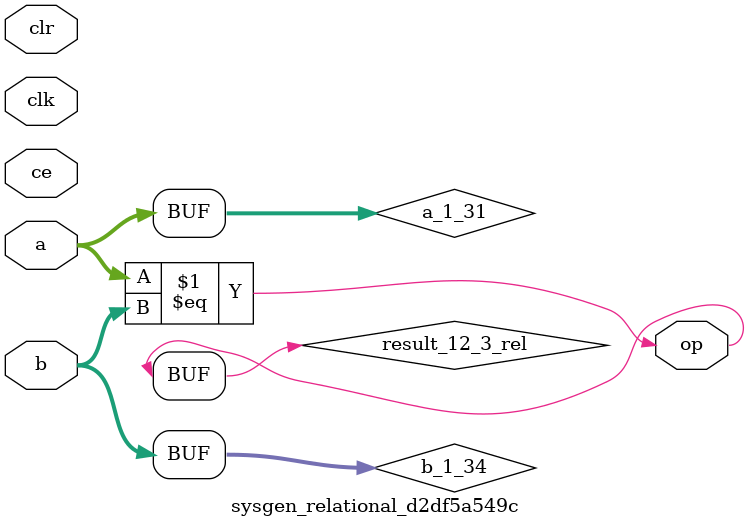
<source format=v>
module sysgen_relational_d2df5a549c (
  input [(8 - 1):0] a,
  input [(8 - 1):0] b,
  output [(1 - 1):0] op,
  input clk,
  input ce,
  input clr);
  wire [(8 - 1):0] a_1_31;
  wire [(8 - 1):0] b_1_34;
  localparam [(1 - 1):0] const_value = 1'b1;
  wire result_12_3_rel;
  assign a_1_31 = a;
  assign b_1_34 = b;
  assign result_12_3_rel = a_1_31 == b_1_34;
  assign op = result_12_3_rel;
endmodule
</source>
